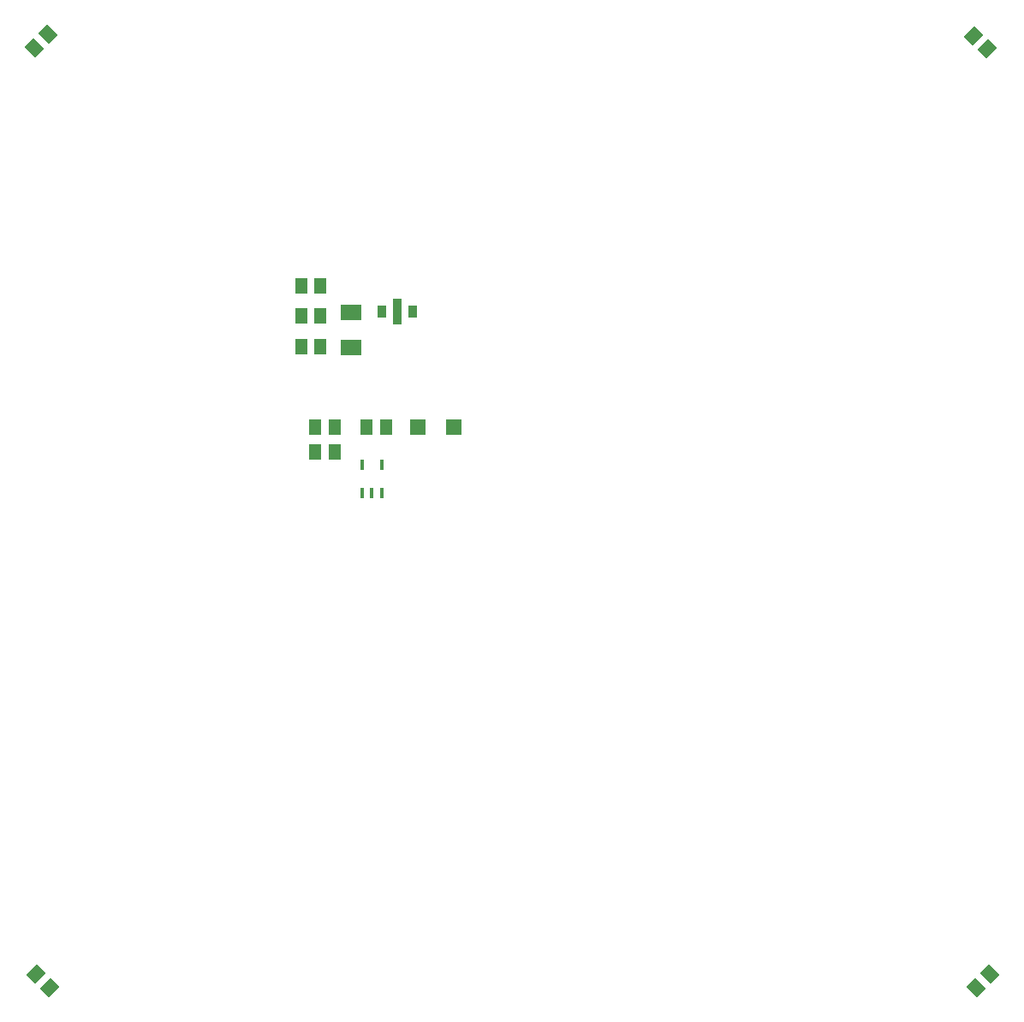
<source format=gbp>
%FSLAX25Y25*%
%MOIN*%
G70*
G01*
G75*
G04 Layer_Color=128*
G04:AMPARAMS|DCode=10|XSize=78.74mil|YSize=47.24mil|CornerRadius=0mil|HoleSize=0mil|Usage=FLASHONLY|Rotation=45.000|XOffset=0mil|YOffset=0mil|HoleType=Round|Shape=Rectangle|*
%AMROTATEDRECTD10*
4,1,4,-0.01114,-0.04454,-0.04454,-0.01114,0.01114,0.04454,0.04454,0.01114,-0.01114,-0.04454,0.0*
%
%ADD10ROTATEDRECTD10*%

G04:AMPARAMS|DCode=11|XSize=78.74mil|YSize=47.24mil|CornerRadius=0mil|HoleSize=0mil|Usage=FLASHONLY|Rotation=315.000|XOffset=0mil|YOffset=0mil|HoleType=Round|Shape=Rectangle|*
%AMROTATEDRECTD11*
4,1,4,-0.04454,0.01114,-0.01114,0.04454,0.04454,-0.01114,0.01114,-0.04454,-0.04454,0.01114,0.0*
%
%ADD11ROTATEDRECTD11*%

%ADD12O,0.01181X0.08268*%
%ADD13O,0.08268X0.01181*%
G04:AMPARAMS|DCode=14|XSize=59.06mil|YSize=51.18mil|CornerRadius=0mil|HoleSize=0mil|Usage=FLASHONLY|Rotation=45.000|XOffset=0mil|YOffset=0mil|HoleType=Round|Shape=Rectangle|*
%AMROTATEDRECTD14*
4,1,4,-0.00278,-0.03897,-0.03897,-0.00278,0.00278,0.03897,0.03897,0.00278,-0.00278,-0.03897,0.0*
%
%ADD14ROTATEDRECTD14*%

G04:AMPARAMS|DCode=15|XSize=35.43mil|YSize=37.4mil|CornerRadius=0mil|HoleSize=0mil|Usage=FLASHONLY|Rotation=45.000|XOffset=0mil|YOffset=0mil|HoleType=Round|Shape=Rectangle|*
%AMROTATEDRECTD15*
4,1,4,0.00070,-0.02575,-0.02575,0.00070,-0.00070,0.02575,0.02575,-0.00070,0.00070,-0.02575,0.0*
%
%ADD15ROTATEDRECTD15*%

G04:AMPARAMS|DCode=16|XSize=35.43mil|YSize=37.4mil|CornerRadius=0mil|HoleSize=0mil|Usage=FLASHONLY|Rotation=45.000|XOffset=0mil|YOffset=0mil|HoleType=Round|Shape=Rectangle|*
%AMROTATEDRECTD16*
4,1,4,0.00070,-0.02575,-0.02575,0.00070,-0.00070,0.02575,0.02575,-0.00070,0.00070,-0.02575,0.0*
%
%ADD16ROTATEDRECTD16*%

G04:AMPARAMS|DCode=17|XSize=59.06mil|YSize=51.18mil|CornerRadius=0mil|HoleSize=0mil|Usage=FLASHONLY|Rotation=135.000|XOffset=0mil|YOffset=0mil|HoleType=Round|Shape=Rectangle|*
%AMROTATEDRECTD17*
4,1,4,0.03897,-0.00278,0.00278,-0.03897,-0.03897,0.00278,-0.00278,0.03897,0.03897,-0.00278,0.0*
%
%ADD17ROTATEDRECTD17*%

G04:AMPARAMS|DCode=18|XSize=35.43mil|YSize=37.4mil|CornerRadius=0mil|HoleSize=0mil|Usage=FLASHONLY|Rotation=135.000|XOffset=0mil|YOffset=0mil|HoleType=Round|Shape=Rectangle|*
%AMROTATEDRECTD18*
4,1,4,0.02575,0.00070,-0.00070,-0.02575,-0.02575,-0.00070,0.00070,0.02575,0.02575,0.00070,0.0*
%
%ADD18ROTATEDRECTD18*%

G04:AMPARAMS|DCode=19|XSize=35.43mil|YSize=37.4mil|CornerRadius=0mil|HoleSize=0mil|Usage=FLASHONLY|Rotation=135.000|XOffset=0mil|YOffset=0mil|HoleType=Round|Shape=Rectangle|*
%AMROTATEDRECTD19*
4,1,4,0.02575,0.00070,-0.00070,-0.02575,-0.02575,-0.00070,0.00070,0.02575,0.02575,0.00070,0.0*
%
%ADD19ROTATEDRECTD19*%

%ADD20R,0.07480X0.02756*%
%ADD21O,0.02362X0.00984*%
%ADD22O,0.00984X0.02362*%
%ADD23R,0.11024X0.10630*%
%ADD24R,0.05906X0.05118*%
%ADD25R,0.03543X0.03740*%
%ADD26R,0.03543X0.03740*%
%ADD27C,0.01063*%
%ADD28C,0.01378*%
%ADD29C,0.01181*%
%ADD30C,0.08268*%
%ADD31C,0.05906*%
%ADD32R,0.05906X0.05906*%
%ADD33R,0.05906X0.05906*%
%ADD34C,0.31496*%
%ADD35C,0.02362*%
%ADD36R,0.01575X0.03937*%
%ADD37R,0.01575X0.03937*%
%ADD38R,0.06000X0.06000*%
%ADD39R,0.03400X0.10000*%
%ADD40R,0.03400X0.05000*%
%ADD41R,0.05118X0.05906*%
%ADD42R,0.07874X0.05906*%
%ADD43C,0.08000*%
%ADD44C,0.01000*%
%ADD45C,0.00984*%
%ADD46C,0.02362*%
%ADD47C,0.00787*%
G04:AMPARAMS|DCode=48|XSize=86.74mil|YSize=55.24mil|CornerRadius=0mil|HoleSize=0mil|Usage=FLASHONLY|Rotation=45.000|XOffset=0mil|YOffset=0mil|HoleType=Round|Shape=Rectangle|*
%AMROTATEDRECTD48*
4,1,4,-0.01114,-0.05020,-0.05020,-0.01114,0.01114,0.05020,0.05020,0.01114,-0.01114,-0.05020,0.0*
%
%ADD48ROTATEDRECTD48*%

G04:AMPARAMS|DCode=49|XSize=86.74mil|YSize=55.24mil|CornerRadius=0mil|HoleSize=0mil|Usage=FLASHONLY|Rotation=315.000|XOffset=0mil|YOffset=0mil|HoleType=Round|Shape=Rectangle|*
%AMROTATEDRECTD49*
4,1,4,-0.05020,0.01114,-0.01114,0.05020,0.05020,-0.01114,0.01114,-0.05020,-0.05020,0.01114,0.0*
%
%ADD49ROTATEDRECTD49*%

%ADD50O,0.01981X0.09068*%
%ADD51O,0.09068X0.01981*%
G04:AMPARAMS|DCode=52|XSize=67.06mil|YSize=59.18mil|CornerRadius=0mil|HoleSize=0mil|Usage=FLASHONLY|Rotation=45.000|XOffset=0mil|YOffset=0mil|HoleType=Round|Shape=Rectangle|*
%AMROTATEDRECTD52*
4,1,4,-0.00278,-0.04463,-0.04463,-0.00278,0.00278,0.04463,0.04463,0.00278,-0.00278,-0.04463,0.0*
%
%ADD52ROTATEDRECTD52*%

G04:AMPARAMS|DCode=53|XSize=43.43mil|YSize=45.4mil|CornerRadius=0mil|HoleSize=0mil|Usage=FLASHONLY|Rotation=45.000|XOffset=0mil|YOffset=0mil|HoleType=Round|Shape=Rectangle|*
%AMROTATEDRECTD53*
4,1,4,0.00070,-0.03141,-0.03141,0.00070,-0.00070,0.03141,0.03141,-0.00070,0.00070,-0.03141,0.0*
%
%ADD53ROTATEDRECTD53*%

G04:AMPARAMS|DCode=54|XSize=43.43mil|YSize=45.4mil|CornerRadius=0mil|HoleSize=0mil|Usage=FLASHONLY|Rotation=45.000|XOffset=0mil|YOffset=0mil|HoleType=Round|Shape=Rectangle|*
%AMROTATEDRECTD54*
4,1,4,0.00070,-0.03141,-0.03141,0.00070,-0.00070,0.03141,0.03141,-0.00070,0.00070,-0.03141,0.0*
%
%ADD54ROTATEDRECTD54*%

G04:AMPARAMS|DCode=55|XSize=67.06mil|YSize=59.18mil|CornerRadius=0mil|HoleSize=0mil|Usage=FLASHONLY|Rotation=135.000|XOffset=0mil|YOffset=0mil|HoleType=Round|Shape=Rectangle|*
%AMROTATEDRECTD55*
4,1,4,0.04463,-0.00278,0.00278,-0.04463,-0.04463,0.00278,-0.00278,0.04463,0.04463,-0.00278,0.0*
%
%ADD55ROTATEDRECTD55*%

G04:AMPARAMS|DCode=56|XSize=43.43mil|YSize=45.4mil|CornerRadius=0mil|HoleSize=0mil|Usage=FLASHONLY|Rotation=135.000|XOffset=0mil|YOffset=0mil|HoleType=Round|Shape=Rectangle|*
%AMROTATEDRECTD56*
4,1,4,0.03141,0.00070,-0.00070,-0.03141,-0.03141,-0.00070,0.00070,0.03141,0.03141,0.00070,0.0*
%
%ADD56ROTATEDRECTD56*%

G04:AMPARAMS|DCode=57|XSize=43.43mil|YSize=45.4mil|CornerRadius=0mil|HoleSize=0mil|Usage=FLASHONLY|Rotation=135.000|XOffset=0mil|YOffset=0mil|HoleType=Round|Shape=Rectangle|*
%AMROTATEDRECTD57*
4,1,4,0.03141,0.00070,-0.00070,-0.03141,-0.03141,-0.00070,0.00070,0.03141,0.03141,0.00070,0.0*
%
%ADD57ROTATEDRECTD57*%

%ADD58R,0.08280X0.03556*%
%ADD59O,0.03162X0.01784*%
%ADD60O,0.01784X0.03162*%
%ADD61R,0.11824X0.11430*%
%ADD62R,0.06706X0.05918*%
%ADD63R,0.04343X0.04540*%
%ADD64R,0.04343X0.04540*%
%ADD65C,0.09068*%
%ADD66C,0.06706*%
%ADD67R,0.06706X0.06706*%
%ADD68R,0.06706X0.06706*%
%ADD69C,0.32296*%
%ADD70C,0.03162*%
%ADD71R,0.02375X0.04737*%
%ADD72R,0.02375X0.04737*%
%ADD73R,0.06800X0.06800*%
%ADD74R,0.04200X0.10800*%
%ADD75R,0.04200X0.05800*%
%ADD76R,0.05918X0.06706*%
%ADD77R,0.08674X0.06706*%
D14*
X557355Y992645D02*
D03*
X562645Y987355D02*
D03*
X197645Y621855D02*
D03*
X192355Y627145D02*
D03*
D17*
X191855Y987855D02*
D03*
X197145Y993145D02*
D03*
X563820Y627184D02*
D03*
X558530Y621894D02*
D03*
D36*
X327000Y814500D02*
D03*
X323260D02*
D03*
X319520D02*
D03*
Y825524D02*
D03*
D37*
X327000D02*
D03*
D38*
X355000Y840000D02*
D03*
X341000D02*
D03*
D39*
X333000Y885000D02*
D03*
D40*
X339000D02*
D03*
X327000D02*
D03*
D41*
X295760Y871500D02*
D03*
X303240D02*
D03*
X295760Y883500D02*
D03*
X303240D02*
D03*
X295760Y895000D02*
D03*
X303240D02*
D03*
X328740Y840000D02*
D03*
X321260D02*
D03*
X308740D02*
D03*
X301260D02*
D03*
X308740Y830500D02*
D03*
X301260D02*
D03*
D42*
X315000Y871000D02*
D03*
Y884780D02*
D03*
M02*

</source>
